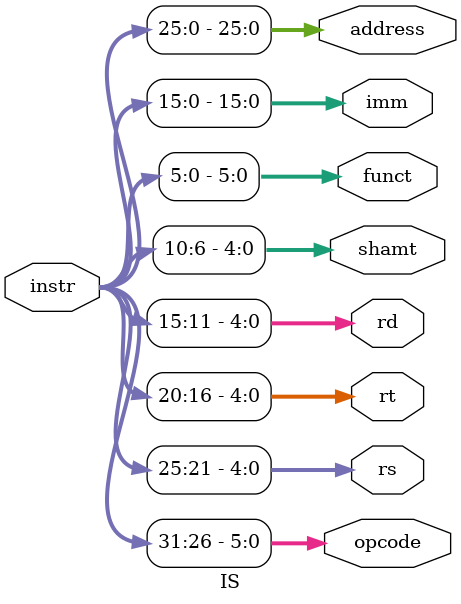
<source format=v>
`timescale 1ns / 1ps
module IS (
input wire [31:0] instr,
output wire [5:0] opcode,
output wire [4:0] rs,
output wire [4:0] rt,
output wire [4:0] rd,
output wire [4:0] shamt,
output wire [5:0] funct,
output wire [15:0] imm,
output wire [25:0] address
);
assign opcode = instr[31:26];
assign rs = instr[25:21];
assign rt = instr[20:16];
assign rd = instr[15:11];
assign shamt = instr[10:6];
assign funct = instr[5:0];
assign imm = instr[15:0];
assign address = instr[25:0];
endmodule

</source>
